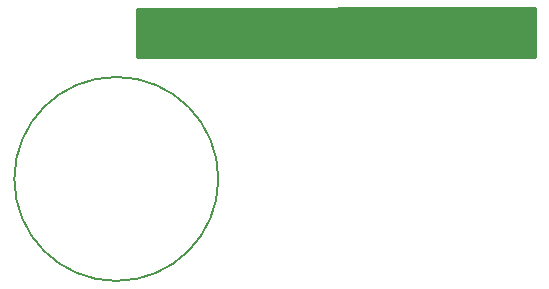
<source format=gbo>
G04 (created by PCBNEW (22-Jun-2014 BZR 4027)-stable) date Fri 29 Jun 2018 12:51:00 AM CDT*
%MOIN*%
G04 Gerber Fmt 3.4, Leading zero omitted, Abs format*
%FSLAX34Y34*%
G01*
G70*
G90*
G04 APERTURE LIST*
%ADD10C,0.00590551*%
%ADD11C,0.00787402*%
%ADD12C,0.01*%
G04 APERTURE END LIST*
G54D10*
G54D11*
X89150Y-32500D02*
G75*
G03X89150Y-32500I-3400J0D01*
G74*
G01*
G54D10*
G36*
X99700Y-28450D02*
X86450Y-28450D01*
X86450Y-26849D01*
X99700Y-26800D01*
X99700Y-28450D01*
X99700Y-28450D01*
G37*
G54D12*
X99700Y-28450D02*
X86450Y-28450D01*
X86450Y-26849D01*
X99700Y-26800D01*
X99700Y-28450D01*
M02*

</source>
